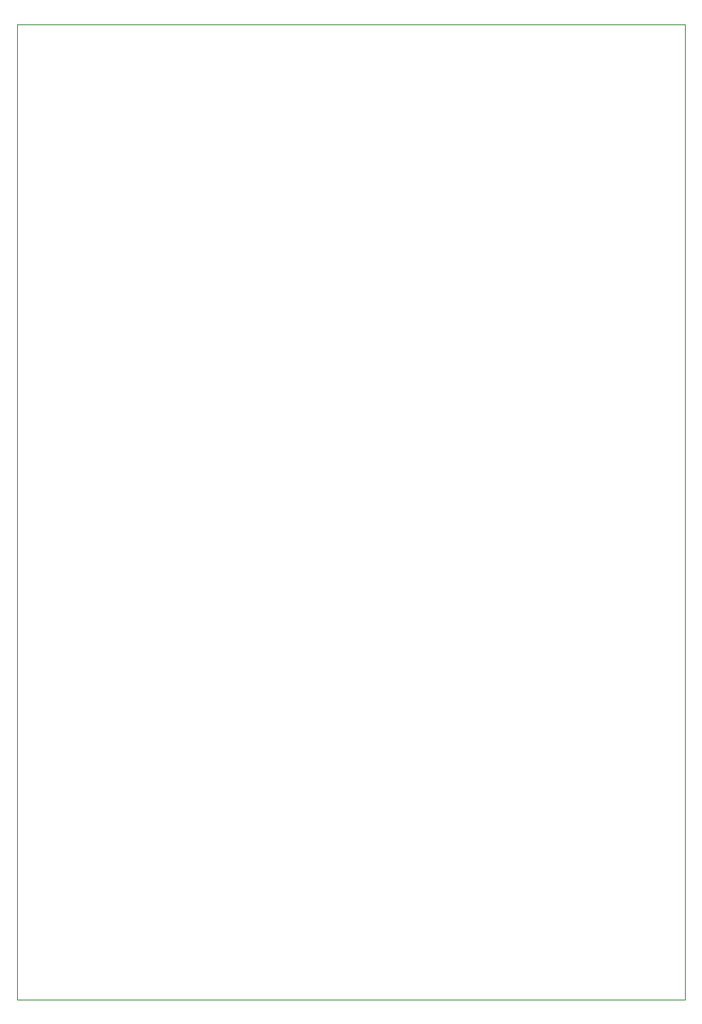
<source format=gbr>
%TF.GenerationSoftware,KiCad,Pcbnew,(5.1.12)-1*%
%TF.CreationDate,2022-08-27T08:41:52-05:00*%
%TF.ProjectId,LeProbe,4c655072-6f62-4652-9e6b-696361645f70,rev?*%
%TF.SameCoordinates,Original*%
%TF.FileFunction,Profile,NP*%
%FSLAX46Y46*%
G04 Gerber Fmt 4.6, Leading zero omitted, Abs format (unit mm)*
G04 Created by KiCad (PCBNEW (5.1.12)-1) date 2022-08-27 08:41:52*
%MOMM*%
%LPD*%
G01*
G04 APERTURE LIST*
%TA.AperFunction,Profile*%
%ADD10C,0.050000*%
%TD*%
G04 APERTURE END LIST*
D10*
X80772000Y-132080000D02*
X80772000Y-30480000D01*
X150368000Y-132080000D02*
X80772000Y-132080000D01*
X150368000Y-30480000D02*
X150368000Y-132080000D01*
X80772000Y-30480000D02*
X150368000Y-30480000D01*
M02*

</source>
